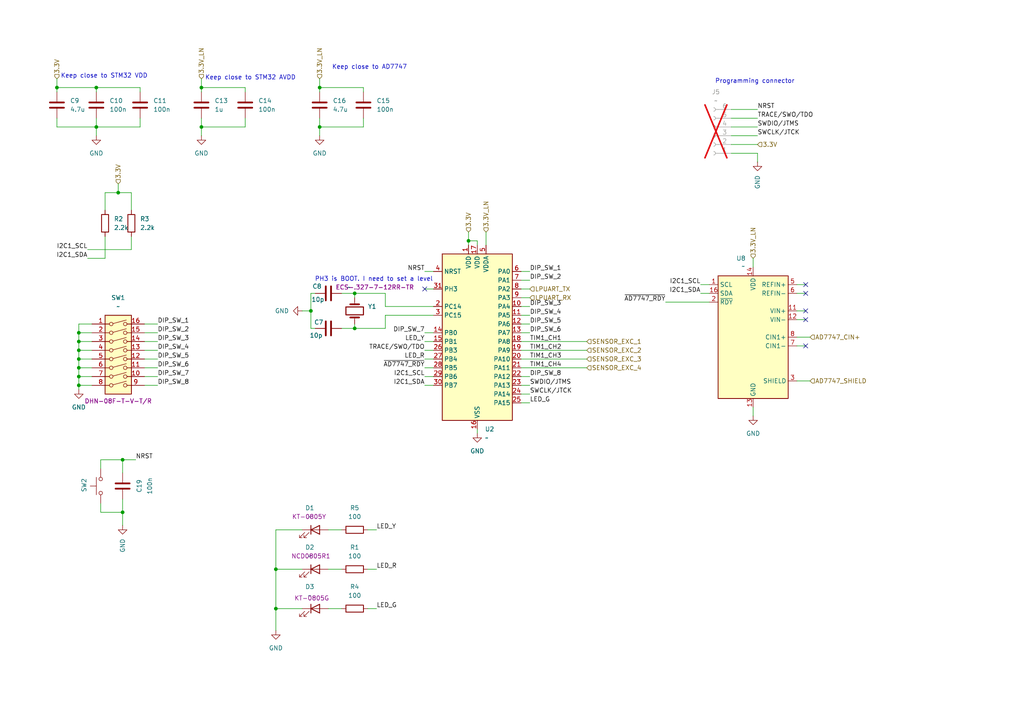
<source format=kicad_sch>
(kicad_sch (version 20250114) (generator "eeschema") (generator_version "9.0")
  (paper "A4")
  (title_block (title "${SHEETNAME}") (rev "${VERSION}") (company "${COMPANY}"))
  (lib_symbols
    (symbol "symbols:AD7747"
      (property "Reference" "U" (at -10.16 18.415 0))
      (property "Value" "AD7747" (at 10.16 18.415 0))
      (symbol "AD7747_0_1"
        (rectangle (start -10.16 17.78) (end 10.16 -17.78) (stroke (width 0.254)) (fill (type background)))
      )
      (symbol "AD7747_1_0"
        (pin no_connect line (at 10.16 -5.08 180) (length 2.54) (hide yes) (name "NC") (number "4"))
      )
      (symbol "AD7747_1_1"
        (pin input line (at -12.7 15.24 0) (length 2.54) (name "REFIN+") (number "5"))
        (pin input line (at -12.7 12.7 0) (length 2.54) (name "REFIN-") (number "6"))
        (pin input line (at -12.7 7.62 0) (length 2.54) (name "VIN+") (number "11"))
        (pin input line (at -12.7 5.08 0) (length 2.54) (name "VIN-") (number "12"))
        (pin passive line (at -12.7 0 0) (length 2.54) (name "CIN1+") (number "8"))
        (pin passive line (at -12.7 -2.54 0) (length 2.54) (name "CIN1-") (number "7"))
        (pin output line (at -12.7 -12.7 0) (length 2.54) (name "SHIELD") (number "3"))
        (pin no_connect line (at -10.16 -5.08 0) (length 2.54) (hide yes) (name "NC") (number "9"))
        (pin no_connect line (at -10.16 -7.62 0) (length 2.54) (hide yes) (name "NC") (number "10"))
        (pin power_in line (at 0 20.32 270) (length 2.54) (name "VDD") (number "14"))
        (pin power_in line (at 0 -20.32 90) (length 2.54) (name "GND") (number "13"))
        (pin no_connect line (at 10.16 -15.24 180) (length 2.54) (hide yes) (name "NC") (number "15"))
        (pin input line (at 12.7 15.24 180) (length 2.54) (name "SCL") (number "1"))
        (pin bidirectional line (at 12.7 12.7 180) (length 2.54) (name "SDA") (number "16"))
        (pin output line (at 12.7 10.16 180) (length 2.54) (name "~{RDY}") (number "2"))
      )
    )
    (symbol "symbols:C" (pin_numbers (hide yes)) (pin_names (offset 0.254))
      (property "Reference" "C" (at 0.635 2.54 0))
      (property "Value" "C" (at 0.635 -2.54 0))
      (symbol "C_0_1"
        (polyline (pts (xy -2.032 0.762) (xy 2.032 0.762)) (stroke (width 0.508)))
        (polyline (pts (xy -2.032 -0.762) (xy 2.032 -0.762)) (stroke (width 0.508)))
      )
      (symbol "C_1_1"
        (pin passive line (at 0 3.81 270) (length 2.794) (name "~") (number "1"))
        (pin passive line (at 0 -3.81 90) (length 2.794) (name "~") (number "2"))
      )
    )
    (symbol "symbols:Conn_01x06_Socket" (pin_names (offset 1.016) (hide yes))
      (property "Reference" "J" (at 0 7.62 0))
      (property "Value" "Conn_01x06_Socket" (at 0 -10.16 0))
      (symbol "Conn_01x06_Socket_1_1"
        (polyline (pts (xy -1.27 5.08) (xy -0.508 5.08)) (stroke (width 0.1524)))
        (polyline (pts (xy -1.27 2.54) (xy -0.508 2.54)) (stroke (width 0.1524)))
        (polyline (pts (xy -1.27 0) (xy -0.508 0)) (stroke (width 0.1524)))
        (polyline (pts (xy -1.27 -2.54) (xy -0.508 -2.54)) (stroke (width 0.1524)))
        (polyline (pts (xy -1.27 -5.08) (xy -0.508 -5.08)) (stroke (width 0.1524)))
        (polyline (pts (xy -1.27 -7.62) (xy -0.508 -7.62)) (stroke (width 0.1524)))
        (arc (start 0 4.572) (mid -0.5058 5.08) (end 0 5.588) (stroke (width 0.1524)))
        (arc (start 0 2.032) (mid -0.5058 2.54) (end 0 3.048) (stroke (width 0.1524)))
        (arc (start 0 -0.508) (mid -0.5058 0) (end 0 0.508) (stroke (width 0.1524)))
        (arc (start 0 -3.048) (mid -0.5058 -2.54) (end 0 -2.032) (stroke (width 0.1524)))
        (arc (start 0 -5.588) (mid -0.5058 -5.08) (end 0 -4.572) (stroke (width 0.1524)))
        (arc (start 0 -8.128) (mid -0.5058 -7.62) (end 0 -7.112) (stroke (width 0.1524)))
        (pin passive line (at -5.08 5.08 0) (length 3.81) (name "Pin_1") (number "1"))
        (pin passive line (at -5.08 2.54 0) (length 3.81) (name "Pin_2") (number "2"))
        (pin passive line (at -5.08 0 0) (length 3.81) (name "Pin_3") (number "3"))
        (pin passive line (at -5.08 -2.54 0) (length 3.81) (name "Pin_4") (number "4"))
        (pin passive line (at -5.08 -5.08 0) (length 3.81) (name "Pin_5") (number "5"))
        (pin passive line (at -5.08 -7.62 0) (length 3.81) (name "Pin_6") (number "6"))
      )
    )
    (symbol "symbols:Crystal" (pin_numbers (hide yes)) (pin_names (offset 1.016) (hide yes))
      (property "Reference" "Y" (at 0 3.81 0))
      (property "Value" "Crystal" (at 0 -3.81 0))
      (symbol "Crystal_0_1"
        (polyline (pts (xy -2.54 0) (xy -1.905 0)))
        (polyline (pts (xy -1.905 -1.27) (xy -1.905 1.27)) (stroke (width 0.508)))
        (rectangle (start -1.143 2.54) (end 1.143 -2.54) (stroke (width 0.3048)))
        (polyline (pts (xy 1.905 -1.27) (xy 1.905 1.27)) (stroke (width 0.508)))
        (polyline (pts (xy 2.54 0) (xy 1.905 0)))
      )
      (symbol "Crystal_1_1"
        (pin passive line (at -3.81 0 0) (length 1.27) (name "1") (number "1"))
        (pin passive line (at 3.81 0 180) (length 1.27) (name "2") (number "2"))
      )
    )
    (symbol "symbols:GND" (power) (pin_numbers (hide yes)) (pin_names (offset 0) (hide yes))
      (property "Value" "GND" (at 0 -3.81 0))
      (symbol "GND_0_1"
        (polyline (pts (xy 0 0) (xy 0 -1.27) (xy 1.27 -1.27) (xy 0 -2.54) (xy -1.27 -1.27) (xy 0 -1.27)))
      )
      (symbol "GND_1_1"
        (pin power_in line (at 0 0 270) (length 0) (name "~") (number "1"))
      )
    )
    (symbol "symbols:LED" (pin_numbers (hide yes)) (pin_names (offset 1.016) (hide yes))
      (property "Reference" "D" (at 0 2.54 0))
      (property "Value" "LED" (at 0 -2.54 0))
      (symbol "LED_0_1"
        (polyline (pts (xy -3.048 -0.762) (xy -4.572 -2.286) (xy -3.81 -2.286) (xy -4.572 -2.286) (xy -4.572 -1.524)))
        (polyline (pts (xy -1.778 -0.762) (xy -3.302 -2.286) (xy -2.54 -2.286) (xy -3.302 -2.286) (xy -3.302 -1.524)))
        (polyline (pts (xy -1.27 0) (xy 1.27 0)))
        (polyline (pts (xy -1.27 -1.27) (xy -1.27 1.27)) (stroke (width 0.254)))
        (polyline (pts (xy 1.27 -1.27) (xy 1.27 1.27) (xy -1.27 0) (xy 1.27 -1.27)) (stroke (width 0.254)))
      )
      (symbol "LED_1_1"
        (pin passive line (at -3.81 0 0) (length 2.54) (name "K") (number "1"))
        (pin passive line (at 3.81 0 180) (length 2.54) (name "A") (number "2"))
      )
    )
    (symbol "symbols:R" (pin_numbers (hide yes)) (pin_names (offset 0))
      (property "Reference" "R" (at 2.032 0 90))
      (property "Value" "R" (at 0 0 90))
      (symbol "R_0_1"
        (rectangle (start -1.016 -2.54) (end 1.016 2.54) (stroke (width 0.254)))
      )
      (symbol "R_1_1"
        (pin passive line (at 0 3.81 270) (length 1.27) (name "~") (number "1"))
        (pin passive line (at 0 -3.81 90) (length 1.27) (name "~") (number "2"))
      )
    )
    (symbol "symbols:STM32L432KCUx"
      (property "Reference" "U" (at -10.16 26.67 0))
      (property "Value" "STM32L432KCUx" (at 5.08 26.67 0))
      (symbol "STM32L432KCUx_0_1"
        (rectangle (start -10.16 -22.86) (end 10.16 25.4) (stroke (width 0.254)) (fill (type background)))
      )
      (symbol "STM32L432KCUx_1_1"
        (pin input line (at -12.7 20.32 0) (length 2.54) (name "NRST") (number "4"))
        (pin bidirectional line (at -12.7 15.24 0) (length 2.54) (name "PH3") (number "31"))
        (pin bidirectional line (at -12.7 10.16 0) (length 2.54) (name "PC14") (number "2"))
        (pin bidirectional line (at -12.7 7.62 0) (length 2.54) (name "PC15") (number "3"))
        (pin bidirectional line (at -12.7 2.54 0) (length 2.54) (name "PB0") (number "14"))
        (pin bidirectional line (at -12.7 0 0) (length 2.54) (name "PB1") (number "15"))
        (pin bidirectional line (at -12.7 -2.54 0) (length 2.54) (name "PB3") (number "26"))
        (pin bidirectional line (at -12.7 -5.08 0) (length 2.54) (name "PB4") (number "27"))
        (pin bidirectional line (at -12.7 -7.62 0) (length 2.54) (name "PB5") (number "28"))
        (pin bidirectional line (at -12.7 -10.16 0) (length 2.54) (name "PB6") (number "29"))
        (pin bidirectional line (at -12.7 -12.7 0) (length 2.54) (name "PB7") (number "30"))
        (pin power_in line (at -2.54 27.94 270) (length 2.54) (name "VDD") (number "1"))
        (pin power_in line (at 0 27.94 270) (length 2.54) (name "VDD") (number "17"))
        (pin power_in line (at 0 -25.4 90) (length 2.54) (name "VSS") (number "16"))
        (pin passive line (at 0 -25.4 90) (length 2.54) (hide yes) (name "VSS") (number "32"))
        (pin passive line (at 0 -25.4 90) (length 2.54) (hide yes) (name "VSS") (number "33"))
        (pin power_in line (at 2.54 27.94 270) (length 2.54) (name "VDDA") (number "5"))
        (pin bidirectional line (at 12.7 20.32 180) (length 2.54) (name "PA0") (number "6"))
        (pin bidirectional line (at 12.7 17.78 180) (length 2.54) (name "PA1") (number "7"))
        (pin bidirectional line (at 12.7 15.24 180) (length 2.54) (name "PA2") (number "8"))
        (pin bidirectional line (at 12.7 12.7 180) (length 2.54) (name "PA3") (number "9"))
        (pin bidirectional line (at 12.7 10.16 180) (length 2.54) (name "PA4") (number "10"))
        (pin bidirectional line (at 12.7 7.62 180) (length 2.54) (name "PA5") (number "11"))
        (pin bidirectional line (at 12.7 5.08 180) (length 2.54) (name "PA6") (number "12"))
        (pin bidirectional line (at 12.7 2.54 180) (length 2.54) (name "PA7") (number "13"))
        (pin bidirectional line (at 12.7 0 180) (length 2.54) (name "PA8") (number "18"))
        (pin bidirectional line (at 12.7 -2.54 180) (length 2.54) (name "PA9") (number "19"))
        (pin bidirectional line (at 12.7 -5.08 180) (length 2.54) (name "PA10") (number "20"))
        (pin bidirectional line (at 12.7 -7.62 180) (length 2.54) (name "PA11") (number "21"))
        (pin bidirectional line (at 12.7 -10.16 180) (length 2.54) (name "PA12") (number "22"))
        (pin bidirectional line (at 12.7 -12.7 180) (length 2.54) (name "PA13") (number "23"))
        (pin bidirectional line (at 12.7 -15.24 180) (length 2.54) (name "PA14") (number "24"))
        (pin bidirectional line (at 12.7 -17.78 180) (length 2.54) (name "PA15") (number "25"))
      )
    )
    (symbol "symbols:SW_DIP_x08" (pin_names (offset 0) (hide yes))
      (property "Reference" "SW" (at 0 13.97 0))
      (property "Value" "SW_DIP_x08" (at 0 -11.43 0))
      (symbol "SW_DIP_x08_0_0"
        (circle (center -2.032 10.16) (radius 0.508))
        (circle (center -2.032 7.62) (radius 0.508))
        (circle (center -2.032 5.08) (radius 0.508))
        (circle (center -2.032 2.54) (radius 0.508))
        (circle (center -2.032 0) (radius 0.508))
        (circle (center -2.032 -2.54) (radius 0.508))
        (circle (center -2.032 -5.08) (radius 0.508))
        (circle (center -2.032 -7.62) (radius 0.508))
        (polyline (pts (xy -1.524 10.287) (xy 2.3622 11.3284)))
        (polyline (pts (xy -1.524 7.747) (xy 2.3622 8.7884)))
        (polyline (pts (xy -1.524 5.207) (xy 2.3622 6.2484)))
        (polyline (pts (xy -1.524 2.667) (xy 2.3622 3.7084)))
        (polyline (pts (xy -1.524 0.127) (xy 2.3622 1.1684)))
        (polyline (pts (xy -1.524 -2.3876) (xy 2.3622 -1.3462)))
        (polyline (pts (xy -1.524 -4.9276) (xy 2.3622 -3.8862)))
        (polyline (pts (xy -1.524 -7.4676) (xy 2.3622 -6.4262)))
        (circle (center 2.032 10.16) (radius 0.508))
        (circle (center 2.032 7.62) (radius 0.508))
        (circle (center 2.032 5.08) (radius 0.508))
        (circle (center 2.032 2.54) (radius 0.508))
        (circle (center 2.032 0) (radius 0.508))
        (circle (center 2.032 -2.54) (radius 0.508))
        (circle (center 2.032 -5.08) (radius 0.508))
        (circle (center 2.032 -7.62) (radius 0.508))
      )
      (symbol "SW_DIP_x08_0_1"
        (rectangle (start -3.81 12.7) (end 3.81 -10.16) (stroke (width 0.254)) (fill (type background)))
      )
      (symbol "SW_DIP_x08_1_1"
        (pin passive line (at -7.62 10.16 0) (length 5.08) (name "~") (number "1"))
        (pin passive line (at -7.62 7.62 0) (length 5.08) (name "~") (number "2"))
        (pin passive line (at -7.62 5.08 0) (length 5.08) (name "~") (number "3"))
        (pin passive line (at -7.62 2.54 0) (length 5.08) (name "~") (number "4"))
        (pin passive line (at -7.62 0 0) (length 5.08) (name "~") (number "5"))
        (pin passive line (at -7.62 -2.54 0) (length 5.08) (name "~") (number "6"))
        (pin passive line (at -7.62 -5.08 0) (length 5.08) (name "~") (number "7"))
        (pin passive line (at -7.62 -7.62 0) (length 5.08) (name "~") (number "8"))
        (pin passive line (at 7.62 10.16 180) (length 5.08) (name "~") (number "16"))
        (pin passive line (at 7.62 7.62 180) (length 5.08) (name "~") (number "15"))
        (pin passive line (at 7.62 5.08 180) (length 5.08) (name "~") (number "14"))
        (pin passive line (at 7.62 2.54 180) (length 5.08) (name "~") (number "13"))
        (pin passive line (at 7.62 0 180) (length 5.08) (name "~") (number "12"))
        (pin passive line (at 7.62 -2.54 180) (length 5.08) (name "~") (number "11"))
        (pin passive line (at 7.62 -5.08 180) (length 5.08) (name "~") (number "10"))
        (pin passive line (at 7.62 -7.62 180) (length 5.08) (name "~") (number "9"))
      )
    )
    (symbol "symbols:SW_Push" (pin_numbers (hide yes)) (pin_names (offset 1.016) (hide yes))
      (property "Reference" "SW" (at 1.27 2.54 0))
      (property "Value" "SW_Push" (at 0 -1.524 0))
      (symbol "SW_Push_0_1"
        (circle (center -2.032 0) (radius 0.508))
        (polyline (pts (xy 0 1.27) (xy 0 3.048)))
        (circle (center 2.032 0) (radius 0.508))
        (polyline (pts (xy 2.54 1.27) (xy -2.54 1.27)))
        (pin passive line (at -5.08 0 0) (length 2.54) (name "1") (number "1"))
        (pin passive line (at 5.08 0 180) (length 2.54) (name "2") (number "2"))
      )
    )
  )
  (text "Keep close to STM32 VDD\n" (at 30.226 22.098 0) (effects (font (size 1.27 1.27))))
  (text "Programming connector" (at 218.948 23.622 0) (effects (font (size 1.27 1.27))))
  (text "Keep close to AD7747\n\n\n" (at 107.188 21.59 0) (effects (font (size 1.27 1.27))))
  (text "Keep close to STM32 AVDD\n" (at 72.644 22.606 0) (effects (font (size 1.27 1.27))))
  (text "PH3 is BOOT. I need to set a level\n" (at 108.458 81.026 0) (effects (font (size 1.27 1.27))))
  (junction (at 22.86 111.76))
  (junction (at 22.86 106.68))
  (junction (at 92.71 25.4))
  (junction (at 16.51 25.4))
  (junction (at 80.01 165.1))
  (junction (at 22.86 104.14))
  (junction (at 22.86 96.52))
  (junction (at 80.01 176.53))
  (junction (at 58.42 36.83))
  (junction (at 58.42 25.4))
  (junction (at 102.87 85.09))
  (junction (at 35.56 133.35))
  (junction (at 35.56 148.59))
  (junction (at 92.71 36.83))
  (junction (at 34.29 55.88))
  (junction (at 22.86 99.06))
  (junction (at 102.87 95.25))
  (junction (at 90.17 90.17))
  (junction (at 27.94 25.4))
  (junction (at 22.86 101.6))
  (junction (at 135.89 69.85))
  (junction (at 22.86 109.22))
  (junction (at 27.94 36.83))
  (no_connect (at 233.68 90.17))
  (no_connect (at 233.68 82.55))
  (no_connect (at 233.68 100.33))
  (no_connect (at 233.68 92.71))
  (no_connect (at 233.68 85.09))
  (no_connect (at 123.19 83.82))
  (wire (pts (xy 219.71 39.37) (xy 212.09 39.37)))
  (wire (pts (xy 35.56 148.59) (xy 35.56 144.78)))
  (wire (pts (xy 111.76 95.25) (xy 102.87 95.25)))
  (wire (pts (xy 22.86 96.52) (xy 22.86 93.98)))
  (wire (pts (xy 26.67 96.52) (xy 22.86 96.52)))
  (wire (pts (xy 27.94 34.29) (xy 27.94 36.83)))
  (wire (pts (xy 212.09 34.29) (xy 219.71 34.29)))
  (wire (pts (xy 38.1 60.96) (xy 38.1 55.88)))
  (wire (pts (xy 135.89 69.85) (xy 135.89 71.12)))
  (wire (pts (xy 58.42 22.86) (xy 58.42 25.4)))
  (wire (pts (xy 45.72 104.14) (xy 41.91 104.14)))
  (wire (pts (xy 45.72 101.6) (xy 41.91 101.6)))
  (wire (pts (xy 151.13 99.06) (xy 170.18 99.06)))
  (wire (pts (xy 26.67 111.76) (xy 22.86 111.76)))
  (wire (pts (xy 58.42 25.4) (xy 71.12 25.4)))
  (wire (pts (xy 105.41 26.67) (xy 105.41 25.4)))
  (wire (pts (xy 87.63 153.67) (xy 80.01 153.67)))
  (wire (pts (xy 205.74 85.09) (xy 203.2 85.09)))
  (wire (pts (xy 92.71 25.4) (xy 92.71 26.67)))
  (wire (pts (xy 123.19 109.22) (xy 125.73 109.22)))
  (wire (pts (xy 219.71 44.45) (xy 219.71 46.99)))
  (wire (pts (xy 45.72 93.98) (xy 41.91 93.98)))
  (wire (pts (xy 58.42 36.83) (xy 58.42 39.37)))
  (wire (pts (xy 45.72 96.52) (xy 41.91 96.52)))
  (wire (pts (xy 123.19 99.06) (xy 125.73 99.06)))
  (wire (pts (xy 138.43 124.46) (xy 138.43 125.73)))
  (wire (pts (xy 105.41 34.29) (xy 105.41 36.83)))
  (wire (pts (xy 151.13 81.28) (xy 153.67 81.28)))
  (wire (pts (xy 22.86 106.68) (xy 22.86 104.14)))
  (wire (pts (xy 231.14 97.79) (xy 234.95 97.79)))
  (wire (pts (xy 138.43 71.12) (xy 138.43 69.85)))
  (wire (pts (xy 151.13 78.74) (xy 153.67 78.74)))
  (wire (pts (xy 71.12 34.29) (xy 71.12 36.83)))
  (wire (pts (xy 151.13 91.44) (xy 153.67 91.44)))
  (wire (pts (xy 38.1 68.58) (xy 38.1 72.39)))
  (wire (pts (xy 140.97 67.31) (xy 140.97 71.12)))
  (wire (pts (xy 80.01 153.67) (xy 80.01 165.1)))
  (wire (pts (xy 99.06 85.09) (xy 102.87 85.09)))
  (wire (pts (xy 212.09 44.45) (xy 219.71 44.45)))
  (wire (pts (xy 35.56 148.59) (xy 29.21 148.59)))
  (wire (pts (xy 218.44 74.93) (xy 218.44 77.47)))
  (wire (pts (xy 29.21 148.59) (xy 29.21 146.05)))
  (wire (pts (xy 102.87 86.36) (xy 102.87 85.09)))
  (wire (pts (xy 26.67 101.6) (xy 22.86 101.6)))
  (wire (pts (xy 90.17 95.25) (xy 90.17 90.17)))
  (wire (pts (xy 99.06 95.25) (xy 102.87 95.25)))
  (wire (pts (xy 16.51 36.83) (xy 16.51 34.29)))
  (wire (pts (xy 151.13 114.3) (xy 153.67 114.3)))
  (wire (pts (xy 80.01 165.1) (xy 87.63 165.1)))
  (wire (pts (xy 45.72 109.22) (xy 41.91 109.22)))
  (wire (pts (xy 90.17 85.09) (xy 91.44 85.09)))
  (wire (pts (xy 111.76 85.09) (xy 111.76 88.9)))
  (wire (pts (xy 123.19 101.6) (xy 125.73 101.6)))
  (wire (pts (xy 95.25 153.67) (xy 99.06 153.67)))
  (wire (pts (xy 22.86 111.76) (xy 22.86 109.22)))
  (wire (pts (xy 58.42 34.29) (xy 58.42 36.83)))
  (wire (pts (xy 91.44 95.25) (xy 90.17 95.25)))
  (wire (pts (xy 125.73 91.44) (xy 111.76 91.44)))
  (wire (pts (xy 123.19 106.68) (xy 125.73 106.68)))
  (wire (pts (xy 80.01 165.1) (xy 80.01 176.53)))
  (wire (pts (xy 231.14 82.55) (xy 233.68 82.55)))
  (wire (pts (xy 92.71 25.4) (xy 105.41 25.4)))
  (wire (pts (xy 26.67 99.06) (xy 22.86 99.06)))
  (wire (pts (xy 205.74 87.63) (xy 193.04 87.63)))
  (wire (pts (xy 218.44 118.11) (xy 218.44 120.65)))
  (wire (pts (xy 58.42 25.4) (xy 58.42 26.67)))
  (wire (pts (xy 212.09 31.75) (xy 219.71 31.75)))
  (wire (pts (xy 106.68 176.53) (xy 109.22 176.53)))
  (wire (pts (xy 92.71 22.86) (xy 92.71 25.4)))
  (wire (pts (xy 135.89 69.85) (xy 138.43 69.85)))
  (wire (pts (xy 22.86 104.14) (xy 22.86 101.6)))
  (wire (pts (xy 29.21 135.89) (xy 29.21 133.35)))
  (wire (pts (xy 212.09 41.91) (xy 219.71 41.91)))
  (wire (pts (xy 135.89 67.31) (xy 135.89 69.85)))
  (wire (pts (xy 35.56 152.4) (xy 35.56 148.59)))
  (wire (pts (xy 16.51 25.4) (xy 27.94 25.4)))
  (wire (pts (xy 22.86 99.06) (xy 22.86 96.52)))
  (wire (pts (xy 26.67 106.68) (xy 22.86 106.68)))
  (wire (pts (xy 40.64 36.83) (xy 27.94 36.83)))
  (wire (pts (xy 111.76 88.9) (xy 125.73 88.9)))
  (wire (pts (xy 106.68 165.1) (xy 109.22 165.1)))
  (wire (pts (xy 102.87 85.09) (xy 111.76 85.09)))
  (wire (pts (xy 22.86 93.98) (xy 26.67 93.98)))
  (wire (pts (xy 205.74 82.55) (xy 203.2 82.55)))
  (wire (pts (xy 22.86 101.6) (xy 22.86 99.06)))
  (wire (pts (xy 27.94 25.4) (xy 40.64 25.4)))
  (wire (pts (xy 25.4 74.93) (xy 30.48 74.93)))
  (wire (pts (xy 95.25 165.1) (xy 99.06 165.1)))
  (wire (pts (xy 25.4 72.39) (xy 38.1 72.39)))
  (wire (pts (xy 92.71 36.83) (xy 92.71 39.37)))
  (wire (pts (xy 27.94 36.83) (xy 16.51 36.83)))
  (wire (pts (xy 123.19 96.52) (xy 125.73 96.52)))
  (wire (pts (xy 16.51 25.4) (xy 16.51 26.67)))
  (wire (pts (xy 71.12 26.67) (xy 71.12 25.4)))
  (wire (pts (xy 27.94 36.83) (xy 27.94 39.37)))
  (wire (pts (xy 45.72 106.68) (xy 41.91 106.68)))
  (wire (pts (xy 151.13 101.6) (xy 170.18 101.6)))
  (wire (pts (xy 151.13 83.82) (xy 153.67 83.82)))
  (wire (pts (xy 123.19 111.76) (xy 125.73 111.76)))
  (wire (pts (xy 27.94 26.67) (xy 27.94 25.4)))
  (wire (pts (xy 45.72 99.06) (xy 41.91 99.06)))
  (wire (pts (xy 34.29 55.88) (xy 30.48 55.88)))
  (wire (pts (xy 29.21 133.35) (xy 35.56 133.35)))
  (wire (pts (xy 22.86 109.22) (xy 22.86 106.68)))
  (wire (pts (xy 231.14 110.49) (xy 234.95 110.49)))
  (wire (pts (xy 231.14 90.17) (xy 233.68 90.17)))
  (wire (pts (xy 95.25 176.53) (xy 99.06 176.53)))
  (wire (pts (xy 38.1 55.88) (xy 34.29 55.88)))
  (wire (pts (xy 92.71 34.29) (xy 92.71 36.83)))
  (wire (pts (xy 151.13 116.84) (xy 153.67 116.84)))
  (wire (pts (xy 22.86 111.76) (xy 22.86 113.03)))
  (wire (pts (xy 105.41 36.83) (xy 92.71 36.83)))
  (wire (pts (xy 151.13 104.14) (xy 170.18 104.14)))
  (wire (pts (xy 90.17 90.17) (xy 90.17 85.09)))
  (wire (pts (xy 212.09 36.83) (xy 219.71 36.83)))
  (wire (pts (xy 123.19 78.74) (xy 125.73 78.74)))
  (wire (pts (xy 231.14 85.09) (xy 233.68 85.09)))
  (wire (pts (xy 34.29 53.34) (xy 34.29 55.88)))
  (wire (pts (xy 151.13 86.36) (xy 153.67 86.36)))
  (wire (pts (xy 40.64 34.29) (xy 40.64 36.83)))
  (wire (pts (xy 123.19 104.14) (xy 125.73 104.14)))
  (wire (pts (xy 231.14 92.71) (xy 233.68 92.71)))
  (wire (pts (xy 151.13 88.9) (xy 153.67 88.9)))
  (wire (pts (xy 30.48 68.58) (xy 30.48 74.93)))
  (wire (pts (xy 151.13 111.76) (xy 153.67 111.76)))
  (wire (pts (xy 231.14 100.33) (xy 233.68 100.33)))
  (wire (pts (xy 26.67 104.14) (xy 22.86 104.14)))
  (wire (pts (xy 35.56 133.35) (xy 35.56 137.16)))
  (wire (pts (xy 30.48 55.88) (xy 30.48 60.96)))
  (wire (pts (xy 102.87 95.25) (xy 102.87 93.98)))
  (wire (pts (xy 153.67 109.22) (xy 151.13 109.22)))
  (wire (pts (xy 151.13 96.52) (xy 153.67 96.52)))
  (wire (pts (xy 26.67 109.22) (xy 22.86 109.22)))
  (wire (pts (xy 80.01 176.53) (xy 80.01 182.88)))
  (wire (pts (xy 71.12 36.83) (xy 58.42 36.83)))
  (wire (pts (xy 123.19 83.82) (xy 125.73 83.82)))
  (wire (pts (xy 16.51 22.86) (xy 16.51 25.4)))
  (wire (pts (xy 40.64 26.67) (xy 40.64 25.4)))
  (wire (pts (xy 45.72 111.76) (xy 41.91 111.76)))
  (wire (pts (xy 106.68 153.67) (xy 109.22 153.67)))
  (wire (pts (xy 39.37 133.35) (xy 35.56 133.35)))
  (wire (pts (xy 151.13 106.68) (xy 170.18 106.68)))
  (wire (pts (xy 151.13 93.98) (xy 153.67 93.98)))
  (wire (pts (xy 80.01 176.53) (xy 87.63 176.53)))
  (wire (pts (xy 87.63 90.17) (xy 90.17 90.17)))
  (wire (pts (xy 111.76 91.44) (xy 111.76 95.25)))
  (label "I2C1_SDA" (at 25.4 74.93 180))
  (label "I2C1_SCL" (at 25.4 72.39 180))
  (label "I2C1_SCL" (at 123.19 109.22 180))
  (label "DIP_SW_2" (at 153.67 81.28 0))
  (label "DIP_SW_6" (at 45.72 106.68 0))
  (label "DIP_SW_5" (at 153.67 93.98 0))
  (label "~{AD7747_RDY}" (at 193.04 87.63 180))
  (label "DIP_SW_7" (at 123.19 96.52 180))
  (label "SWCLK{slash}JTCK" (at 153.67 114.3 0))
  (label "DIP_SW_7" (at 45.72 109.22 0))
  (label "DIP_SW_2" (at 45.72 96.52 0))
  (label "LED_R" (at 123.19 104.14 180))
  (label "I2C1_SDA" (at 123.19 111.76 180))
  (label "DIP_SW_4" (at 153.67 91.44 0))
  (label "SWDIO{slash}JTMS" (at 153.67 111.76 0))
  (label "TIM1_CH3" (at 153.67 104.14 0))
  (label "DIP_SW_4" (at 45.72 101.6 0))
  (label "DIP_SW_1" (at 153.67 78.74 0))
  (label "SWDIO{slash}JTMS" (at 219.71 36.83 0))
  (label "LED_G" (at 153.67 116.84 0))
  (label "NRST" (at 123.19 78.74 180))
  (label "NRST" (at 219.71 31.75 0))
  (label "I2C1_SDA" (at 203.2 85.09 180))
  (label "DIP_SW_5" (at 45.72 104.14 0))
  (label "I2C1_SCL" (at 203.2 82.55 180))
  (label "LED_Y" (at 109.22 153.67 0))
  (label "DIP_SW_8" (at 153.67 109.22 0))
  (label "TIM1_CH4" (at 153.67 106.68 0))
  (label "DIP_SW_1" (at 45.72 93.98 0))
  (label "LED_G" (at 109.22 176.53 0))
  (label "DIP_SW_8" (at 45.72 111.76 0))
  (label "DIP_SW_3" (at 153.67 88.9 0))
  (label "TIM1_CH2" (at 153.67 101.6 0))
  (label "DIP_SW_3" (at 45.72 99.06 0))
  (label "LED_Y" (at 123.19 99.06 180))
  (label "TRACE{slash}SWO{slash}TDO" (at 123.19 101.6 180))
  (label "LED_R" (at 109.22 165.1 0))
  (label "NRST" (at 39.37 133.35 0))
  (label "TRACE{slash}SWO{slash}TDO" (at 219.71 34.29 0))
  (label "SWCLK{slash}JTCK" (at 219.71 39.37 0))
  (label "DIP_SW_6" (at 153.67 96.52 0))
  (label "~{AD7747_RDY}" (at 123.19 106.68 180))
  (label "TIM1_CH1" (at 153.67 99.06 0))
  (hierarchical_label "LPUART_RX" (shape input) (at 153.67 86.36 0))
  (hierarchical_label "LPUART_TX" (shape input) (at 153.67 83.82 0))
  (hierarchical_label "3.3V" (shape input) (at 219.71 41.91 0))
  (hierarchical_label "3.3V_LN" (shape input) (at 92.71 22.86 90))
  (hierarchical_label "SENSOR_EXC_1" (shape input) (at 170.18 99.06 0))
  (hierarchical_label "3.3V" (shape input) (at 135.89 67.31 90))
  (hierarchical_label "3.3V" (shape input) (at 16.51 22.86 90))
  (hierarchical_label "SENSOR_EXC_4" (shape input) (at 170.18 106.68 0))
  (hierarchical_label "SENSOR_EXC_2" (shape input) (at 170.18 101.6 0))
  (hierarchical_label "AD7747_CIN+" (shape input) (at 234.95 97.79 0))
  (hierarchical_label "3.3V_LN" (shape input) (at 218.44 74.93 90))
  (hierarchical_label "3.3V_LN" (shape input) (at 140.97 67.31 90))
  (hierarchical_label "3.3V_LN" (shape input) (at 58.42 22.86 90))
  (hierarchical_label "AD7747_SHIELD" (shape input) (at 234.95 110.49 0))
  (hierarchical_label "3.3V" (shape input) (at 34.29 53.34 90))
  (hierarchical_label "SENSOR_EXC_3" (shape input) (at 170.18 104.14 0))
  (symbol (lib_id "symbols:LED") (at 91.44 165.1 0) (unit 1)
    (property "Reference" "D2" (at 89.8525 158.75 0))
    (property "Value" "~" (at 89.8525 161.29 0))
    (property "Footprint" "footprints:LED_0805_2012Metric" (effects (hide yes)))
    (property "Description" "Light emitting diode red" (effects (hide yes)))
    (property "Sim.Pins" "1=K 2=A" (effects (hide yes)))
    (property "LCSC" "C84256" (effects (hide yes)))
    (property "MPN" "NCD0805R1" (at 90.17 161.29 0))
  )
  (symbol (lib_id "symbols:LED") (at 91.44 153.67 0) (unit 1)
    (property "Reference" "D1" (at 89.8525 147.32 0))
    (property "Value" "~" (at 89.8525 149.86 0))
    (property "Footprint" "footprints:LED_0805_2012Metric" (effects (hide yes)))
    (property "Description" "Light emitting diode blue" (effects (hide yes)))
    (property "Sim.Pins" "1=K 2=A" (effects (hide yes)))
    (property "LCSC" "C2296" (effects (hide yes)))
    (property "MPN" "KT-0805Y" (at 89.662 149.86 0))
  )
  (symbol (lib_id "symbols:C") (at 105.41 30.48 0) (unit 1)
    (property "Reference" "C15" (at 109.22 29.2099 0) (effects (justify left)))
    (property "Value" "100n" (at 109.22 31.7499 0) (effects (justify left)))
    (property "Footprint" "footprints:C_0603_1608Metric" (effects (hide yes)))
    (property "Description" "10V" (effects (hide yes)))
    (property "LCSC" "C14663" (effects (hide yes)))
  )
  (symbol (lib_id "symbols:C") (at 95.25 85.09 90) (unit 1)
    (property "Reference" "C8" (at 91.948 83.058 90))
    (property "Value" "10p" (at 92.202 86.868 90))
    (property "Footprint" "footprints:C_0603_1608Metric" (effects (hide yes)))
    (property "Description" "Unpolarized capacitor" (effects (hide yes)))
    (property "LCSC" "C1634" (effects (hide yes)))
  )
  (symbol (lib_id "symbols:C") (at 40.64 30.48 0) (unit 1)
    (property "Reference" "C11" (at 44.45 29.2099 0) (effects (justify left)))
    (property "Value" "100n" (at 44.45 31.7499 0) (effects (justify left)))
    (property "Footprint" "footprints:C_0603_1608Metric" (effects (hide yes)))
    (property "Description" "10V" (effects (hide yes)))
    (property "LCSC" "C14663" (effects (hide yes)))
  )
  (symbol (lib_id "symbols:GND") (at 92.71 39.37 0) (unit 1)
    (property "Reference" "#PWR024" (effects (hide yes)))
    (property "Value" "GND" (at 92.71 44.45 0))
    (property "Description" "Power symbol creates a global label with name \"GND\" , ground" (effects (hide yes)))
  )
  (symbol (lib_id "symbols:Crystal") (at 102.87 90.17 270) (unit 1)
    (property "Reference" "Y1" (at 106.68 88.8999 90) (effects (justify left)))
    (property "Value" "~" (at 100.584 83.312 90) (effects (justify left)))
    (property "Footprint" "footprints:Crystal_SMD_2012-2Pin_2.0x1.2mm" (effects (hide yes)))
    (property "Description" "Two pin crystal" (effects (hide yes)))
    (property "LCSC" "C2450089" (effects (hide yes)))
    (property "MPN" "ECS-.327-7-12RR-TR" (at 108.712 83.312 90))
  )
  (symbol (lib_id "symbols:C") (at 27.94 30.48 0) (unit 1)
    (property "Reference" "C10" (at 31.75 29.2099 0) (effects (justify left)))
    (property "Value" "100n" (at 31.75 31.7499 0) (effects (justify left)))
    (property "Footprint" "footprints:C_0603_1608Metric" (effects (hide yes)))
    (property "Description" "10V" (effects (hide yes)))
    (property "LCSC" "C14663" (effects (hide yes)))
  )
  (symbol (lib_id "symbols:R") (at 30.48 64.77 0) (unit 1)
    (property "Reference" "R2" (at 33.02 63.4999 0) (effects (justify left)))
    (property "Value" "2.2k" (at 33.02 66.0399 0) (effects (justify left)))
    (property "Footprint" "footprints:R_0603_1608Metric" (effects (hide yes)))
    (property "Description" "Resistor" (effects (hide yes)))
    (property "LCSC" "C4190" (effects (hide yes)))
  )
  (symbol (lib_id "symbols:GND") (at 218.44 120.65 0) (unit 1)
    (property "Reference" "#PWR025" (effects (hide yes)))
    (property "Value" "GND" (at 218.44 125.73 0))
    (property "Description" "Power symbol creates a global label with name \"GND\" , ground" (effects (hide yes)))
  )
  (symbol (lib_id "symbols:STM32L432KCUx") (at 138.43 99.06 0) (unit 1)
    (property "Reference" "U2" (at 140.6241 124.46 0) (effects (justify left)))
    (property "Value" "~" (at 140.6241 127 0) (effects (justify left)))
    (property "Footprint" "footprints:QFN-32-1EP_5x5mm_P0.5mm_EP3.45x3.45mm" (effects (hide yes)))
    (property "LCSC" "C2928224" (effects (hide yes)))
    (property "MPN" "STM32L432KBUx" (effects (hide yes)))
  )
  (symbol (lib_id "symbols:C") (at 16.51 30.48 0) (unit 1)
    (property "Reference" "C9" (at 20.32 29.2099 0) (effects (justify left)))
    (property "Value" "4.7u" (at 20.32 31.7499 0) (effects (justify left)))
    (property "Footprint" "footprints:C_0603_1608Metric" (effects (hide yes)))
    (property "Description" "6.3V" (effects (hide yes)))
    (property "LCSC" "C19666" (effects (hide yes)))
  )
  (symbol (lib_id "symbols:C") (at 71.12 30.48 0) (unit 1)
    (property "Reference" "C14" (at 74.93 29.2099 0) (effects (justify left)))
    (property "Value" "100n" (at 74.93 31.7499 0) (effects (justify left)))
    (property "Footprint" "footprints:C_0603_1608Metric" (effects (hide yes)))
    (property "Description" "10V" (effects (hide yes)))
    (property "LCSC" "C14663" (effects (hide yes)))
  )
  (symbol (lib_id "symbols:R") (at 102.87 165.1 90) (unit 1)
    (property "Reference" "R1" (at 102.87 158.75 90))
    (property "Value" "100" (at 102.87 161.29 90))
    (property "Footprint" "footprints:R_0603_1608Metric" (effects (hide yes)))
    (property "Description" "Resistor" (effects (hide yes)))
    (property "LCSC" "C22775" (effects (hide yes)))
  )
  (symbol (lib_id "symbols:C") (at 35.56 140.97 180) (unit 1)
    (property "Reference" "C19" (at 40.386 140.97 90))
    (property "Value" "100n" (at 43.434 140.97 90))
    (property "Footprint" "footprints:C_0603_1608Metric" (effects (hide yes)))
    (property "Description" "10V" (effects (hide yes)))
    (property "LCSC" "C14663" (effects (hide yes)))
  )
  (symbol (lib_id "symbols:GND") (at 22.86 113.03 0) (mirror y) (unit 1)
    (property "Reference" "#PWR020" (effects (hide yes)))
    (property "Value" "GND" (at 22.86 118.11 0))
    (property "Description" "Power symbol creates a global label with name \"GND\" , ground" (effects (hide yes)))
  )
  (symbol (lib_id "symbols:R") (at 38.1 64.77 0) (unit 1)
    (property "Reference" "R3" (at 40.64 63.4999 0) (effects (justify left)))
    (property "Value" "2.2k" (at 40.64 66.0399 0) (effects (justify left)))
    (property "Footprint" "footprints:R_0603_1608Metric" (effects (hide yes)))
    (property "Description" "Resistor" (effects (hide yes)))
    (property "LCSC" "C4190" (effects (hide yes)))
  )
  (symbol (lib_id "symbols:C") (at 95.25 95.25 90) (unit 1)
    (property "Reference" "C7" (at 92.456 93.472 90))
    (property "Value" "10p" (at 91.694 97.282 90))
    (property "Footprint" "footprints:C_0603_1608Metric" (effects (hide yes)))
    (property "Description" "Unpolarized capacitor" (effects (hide yes)))
    (property "LCSC" "C1634" (effects (hide yes)))
  )
  (symbol (lib_id "symbols:SW_Push") (at 29.21 140.97 90) (unit 1)
    (property "Reference" "SW2" (at 24.384 140.716 0))
    (property "Value" "FSMH" (effects (hide yes)))
    (property "Footprint" "footprints:SW_Push_1P1T_XKB_TS-1187A" (effects (hide yes)))
    (property "Description" "Push button switch, generic, two pins" (effects (hide yes)))
    (property "LCSC" "C318884" (effects (hide yes)))
    (property "MPN" "TS-1187A-B-A-B" (effects (hide yes)))
  )
  (symbol (lib_id "symbols:R") (at 102.87 176.53 90) (unit 1)
    (property "Reference" "R4" (at 102.87 170.18 90))
    (property "Value" "100" (at 102.87 172.72 90))
    (property "Footprint" "footprints:R_0603_1608Metric" (effects (hide yes)))
    (property "Description" "Resistor" (effects (hide yes)))
    (property "LCSC" "C22775" (effects (hide yes)))
  )
  (symbol (lib_id "symbols:GND") (at 219.71 46.99 0) (unit 1)
    (property "Reference" "#PWR033" (effects (hide yes)))
    (property "Value" "GND" (at 219.7099 50.8 90) (effects (justify right)))
    (property "Description" "Power symbol creates a global label with name \"GND\" , ground" (effects (hide yes)))
  )
  (symbol (lib_id "symbols:R") (at 102.87 153.67 270) (mirror x) (unit 1)
    (property "Reference" "R5" (at 102.87 147.32 90))
    (property "Value" "100" (at 102.87 149.86 90))
    (property "Footprint" "footprints:R_0603_1608Metric" (effects (hide yes)))
    (property "Description" "Resistor" (effects (hide yes)))
    (property "LCSC" "C22775" (effects (hide yes)))
  )
  (symbol (lib_id "symbols:Conn_01x06_Socket") (at 207.01 39.37 180) (unit 1) (in_bom no) (dnp yes)
    (property "Reference" "J5" (at 207.645 26.67 0))
    (property "Value" "~" (at 207.645 29.21 0))
    (property "Footprint" "footprints:Skedd490107670612_2x06_P2.54mm_Debug" (effects (hide yes)))
    (property "Datasheet" "https://www.we-online.com/components/products/datasheet/490107670612.pdf" (effects (hide yes)))
    (property "Description" "Generic connector, single row, 01x06, script generated" (effects (hide yes)))
    (property "MPN" "490107670612" (effects (hide yes)))
  )
  (symbol (lib_id "symbols:C") (at 92.71 30.48 0) (unit 1)
    (property "Reference" "C16" (at 96.52 29.2099 0) (effects (justify left)))
    (property "Value" "4.7u" (at 96.52 31.7499 0) (effects (justify left)))
    (property "Footprint" "footprints:C_0603_1608Metric" (effects (hide yes)))
    (property "Description" "6.3V" (effects (hide yes)))
    (property "LCSC" "C19666" (effects (hide yes)))
  )
  (symbol (lib_id "symbols:GND") (at 58.42 39.37 0) (unit 1)
    (property "Reference" "#PWR023" (effects (hide yes)))
    (property "Value" "GND" (at 58.42 44.45 0))
    (property "Description" "Power symbol creates a global label with name \"GND\" , ground" (effects (hide yes)))
  )
  (symbol (lib_id "symbols:GND") (at 80.01 182.88 0) (unit 1)
    (property "Reference" "#PWR06" (effects (hide yes)))
    (property "Value" "GND" (at 80.01 187.96 0))
    (property "Description" "Power symbol creates a global label with name \"GND\" , ground" (effects (hide yes)))
  )
  (symbol (lib_id "symbols:GND") (at 87.63 90.17 270) (unit 1)
    (property "Reference" "#PWR019" (effects (hide yes)))
    (property "Value" "GND" (at 83.82 90.1699 90) (effects (justify right)))
    (property "Description" "Power symbol creates a global label with name \"GND\" , ground" (effects (hide yes)))
  )
  (symbol (lib_id "symbols:GND") (at 138.43 125.73 0) (unit 1)
    (property "Reference" "#PWR022" (effects (hide yes)))
    (property "Value" "GND" (at 138.43 130.81 0))
    (property "Description" "Power symbol creates a global label with name \"GND\" , ground" (effects (hide yes)))
  )
  (symbol (lib_id "symbols:AD7747") (at 218.44 97.79 0) (mirror y) (unit 1)
    (property "Reference" "U8" (at 216.2967 74.93 0) (effects (justify left)))
    (property "Value" "~" (at 216.154 77.216 0) (effects (justify left)))
    (property "Footprint" "footprints:TSSOP-16_4.4x5mm_P0.65mm" (effects (hide yes)))
    (property "Datasheet" "https://www.analog.com/media/en/technical-documentation/data-sheets/ad7747.pdf" (effects (hide yes)))
    (property "LCSC" "C578507" (effects (hide yes)))
    (property "MPN" "AD7747ARUZ" (effects (hide yes)))
  )
  (symbol (lib_id "symbols:SW_DIP_x08") (at 34.29 104.14 0) (unit 1)
    (property "Reference" "SW1" (at 34.29 86.36 0))
    (property "Value" "~" (at 34.29 88.9 0))
    (property "Footprint" "footprints:SW_DIP_SPSTx08_Slide_KingTek_DSHP08TJ_W5.25mm_P1.27mm_JPin" (effects (hide yes)))
    (property "Description" "8x DIP Switch, Single Pole Single Throw (SPST) switch, small symbol" (effects (hide yes)))
    (property "LCSC" "C89711" (effects (hide yes)))
    (property "MPN" "DHN-08F-T-V-T/R" (at 34.29 116.332 0))
  )
  (symbol (lib_id "symbols:GND") (at 35.56 152.4 0) (unit 1)
    (property "Reference" "#PWR031" (effects (hide yes)))
    (property "Value" "GND" (at 35.5599 156.21 90) (effects (justify right)))
    (property "Description" "Power symbol creates a global label with name \"GND\" , ground" (effects (hide yes)))
  )
  (symbol (lib_id "symbols:LED") (at 91.44 176.53 0) (unit 1)
    (property "Reference" "D3" (at 89.8525 170.18 0))
    (property "Value" "~" (at 89.8525 172.72 0))
    (property "Footprint" "footprints:LED_0805_2012Metric" (effects (hide yes)))
    (property "Description" "Light emitting diode green" (effects (hide yes)))
    (property "Sim.Pins" "1=K 2=A" (effects (hide yes)))
    (property "LCSC" "C2297" (effects (hide yes)))
    (property "MPN" "KT-0805G" (at 90.424 173.482 0))
  )
  (symbol (lib_id "symbols:GND") (at 27.94 39.37 0) (unit 1)
    (property "Reference" "#PWR021" (effects (hide yes)))
    (property "Value" "GND" (at 27.94 44.45 0))
    (property "Description" "Power symbol creates a global label with name \"GND\" , ground" (effects (hide yes)))
  )
  (symbol (lib_id "symbols:C") (at 58.42 30.48 0) (unit 1)
    (property "Reference" "C13" (at 62.23 29.2099 0) (effects (justify left)))
    (property "Value" "1u" (at 62.23 31.7499 0) (effects (justify left)))
    (property "Footprint" "footprints:C_0603_1608Metric" (effects (hide yes)))
    (property "Description" "10V" (effects (hide yes)))
    (property "LCSC" "C15849" (effects (hide yes)))
  )
)
</source>
